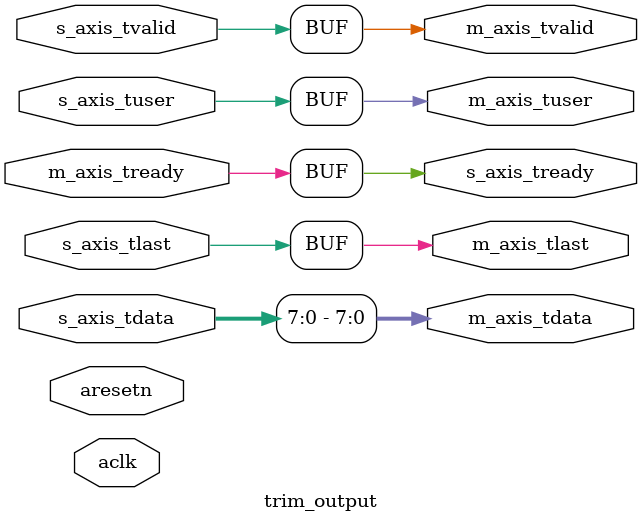
<source format=v>
`timescale 1ns / 1ps
module trim_output (
    input  wire         aclk,
    input  wire         aresetn,

    // AXI-Stream slave interface (32-bit input)
    input  wire [31:0]  s_axis_tdata,
    input  wire         s_axis_tvalid,
    output wire         s_axis_tready,
    input  wire         s_axis_tlast,
    input  wire         s_axis_tuser,

    // AXI-Stream master interface (8-bit output)
    output wire [7:0]   m_axis_tdata,
    output wire         m_axis_tvalid,
    input  wire         m_axis_tready,
    output wire         m_axis_tlast,
    output wire         m_axis_tuser
);

assign s_axis_tready   = m_axis_tready;
assign m_axis_tvalid   = s_axis_tvalid;

assign m_axis_tlast    = s_axis_tlast;
assign m_axis_tuser    = s_axis_tuser;

// clip 32-bit data down to 8 bits
assign m_axis_tdata    = s_axis_tdata[7:0];

endmodule

</source>
